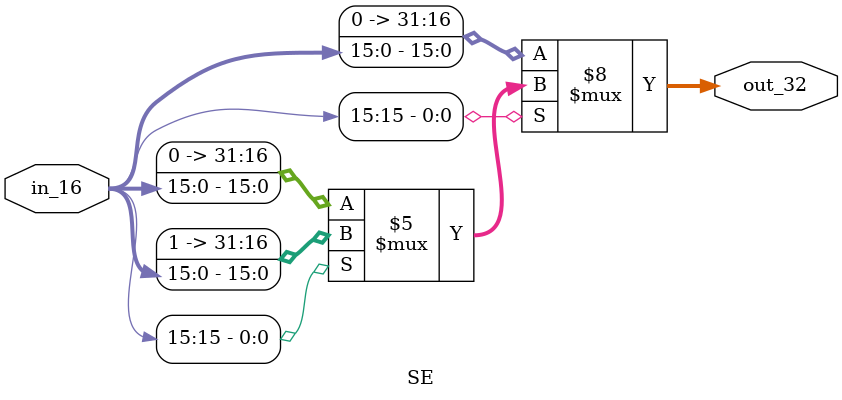
<source format=v>
`timescale 1ns / 1ps
module SE(
	input [15 : 0] in_16,
	output reg [31 : 0] out_32
    );

	always@(in_16) begin
		if(in_16[15] == 0) begin
			out_32 <= {16'h0000 , in_16};
		end 
		else begin 
			if(in_16[15] == 1) begin
				out_32 <= {16'hffff, in_16};
			end
			else begin 
				out_32 <= in_16;
			end
		end
	end
endmodule

</source>
